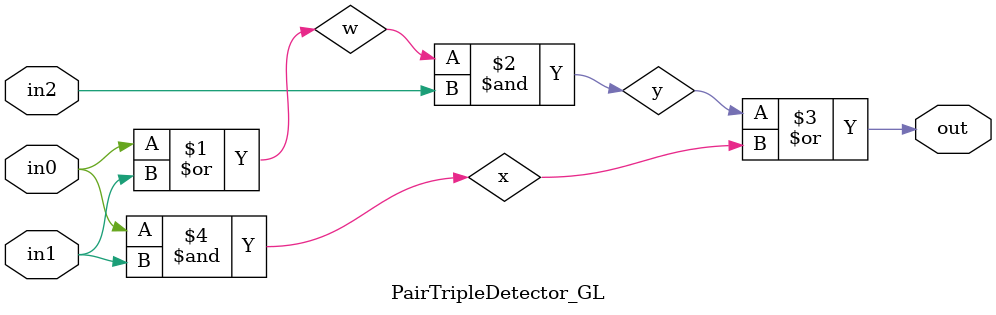
<source format=v>

`ifndef PAIR_TRIPLE_DETECTOR_GL_V
`define PAIR_TRIPLE_DETECTOR_GL_V

module PairTripleDetector_GL
(
  input  wire in0,
  input  wire in1,
  input  wire in2,
  output wire out
);

wire w;
wire x;
wire y;

or(w, in0, in1);
and(y, w, in2);
or(out, y, x);
and(x, in0, in1);

endmodule

`endif /* PAIR_TRIPLE_DETECTOR_GL_V */


</source>
